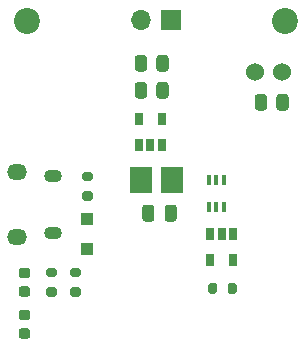
<source format=gbr>
%TF.GenerationSoftware,KiCad,Pcbnew,(5.1.9)-1*%
%TF.CreationDate,2021-06-15T19:58:51-04:00*%
%TF.ProjectId,uBMS,75424d53-2e6b-4696-9361-645f70636258,rev?*%
%TF.SameCoordinates,Original*%
%TF.FileFunction,Soldermask,Top*%
%TF.FilePolarity,Negative*%
%FSLAX46Y46*%
G04 Gerber Fmt 4.6, Leading zero omitted, Abs format (unit mm)*
G04 Created by KiCad (PCBNEW (5.1.9)-1) date 2021-06-15 19:58:51*
%MOMM*%
%LPD*%
G01*
G04 APERTURE LIST*
%ADD10C,1.524000*%
%ADD11O,1.700000X1.350000*%
%ADD12O,1.500000X1.100000*%
%ADD13C,2.200000*%
%ADD14R,0.650000X1.060000*%
%ADD15R,0.406400X0.880600*%
%ADD16R,1.825000X2.200000*%
%ADD17O,1.700000X1.700000*%
%ADD18R,1.700000X1.700000*%
%ADD19R,1.000000X1.000000*%
G04 APERTURE END LIST*
%TO.C,C2*%
G36*
G01*
X89466000Y-88171000D02*
X89466000Y-89121000D01*
G75*
G02*
X89216000Y-89371000I-250000J0D01*
G01*
X88716000Y-89371000D01*
G75*
G02*
X88466000Y-89121000I0J250000D01*
G01*
X88466000Y-88171000D01*
G75*
G02*
X88716000Y-87921000I250000J0D01*
G01*
X89216000Y-87921000D01*
G75*
G02*
X89466000Y-88171000I0J-250000D01*
G01*
G37*
G36*
G01*
X91366000Y-88171000D02*
X91366000Y-89121000D01*
G75*
G02*
X91116000Y-89371000I-250000J0D01*
G01*
X90616000Y-89371000D01*
G75*
G02*
X90366000Y-89121000I0J250000D01*
G01*
X90366000Y-88171000D01*
G75*
G02*
X90616000Y-87921000I250000J0D01*
G01*
X91116000Y-87921000D01*
G75*
G02*
X91366000Y-88171000I0J-250000D01*
G01*
G37*
%TD*%
%TO.C,R4*%
G36*
G01*
X83079000Y-94063000D02*
X82529000Y-94063000D01*
G75*
G02*
X82329000Y-93863000I0J200000D01*
G01*
X82329000Y-93463000D01*
G75*
G02*
X82529000Y-93263000I200000J0D01*
G01*
X83079000Y-93263000D01*
G75*
G02*
X83279000Y-93463000I0J-200000D01*
G01*
X83279000Y-93863000D01*
G75*
G02*
X83079000Y-94063000I-200000J0D01*
G01*
G37*
G36*
G01*
X83079000Y-95713000D02*
X82529000Y-95713000D01*
G75*
G02*
X82329000Y-95513000I0J200000D01*
G01*
X82329000Y-95113000D01*
G75*
G02*
X82529000Y-94913000I200000J0D01*
G01*
X83079000Y-94913000D01*
G75*
G02*
X83279000Y-95113000I0J-200000D01*
G01*
X83279000Y-95513000D01*
G75*
G02*
X83079000Y-95713000I-200000J0D01*
G01*
G37*
%TD*%
%TO.C,R2*%
G36*
G01*
X81047000Y-94063000D02*
X80497000Y-94063000D01*
G75*
G02*
X80297000Y-93863000I0J200000D01*
G01*
X80297000Y-93463000D01*
G75*
G02*
X80497000Y-93263000I200000J0D01*
G01*
X81047000Y-93263000D01*
G75*
G02*
X81247000Y-93463000I0J-200000D01*
G01*
X81247000Y-93863000D01*
G75*
G02*
X81047000Y-94063000I-200000J0D01*
G01*
G37*
G36*
G01*
X81047000Y-95713000D02*
X80497000Y-95713000D01*
G75*
G02*
X80297000Y-95513000I0J200000D01*
G01*
X80297000Y-95113000D01*
G75*
G02*
X80497000Y-94913000I200000J0D01*
G01*
X81047000Y-94913000D01*
G75*
G02*
X81247000Y-95113000I0J-200000D01*
G01*
X81247000Y-95513000D01*
G75*
G02*
X81047000Y-95713000I-200000J0D01*
G01*
G37*
%TD*%
%TO.C,DONE*%
G36*
G01*
X78742250Y-97694000D02*
X78229750Y-97694000D01*
G75*
G02*
X78011000Y-97475250I0J218750D01*
G01*
X78011000Y-97037750D01*
G75*
G02*
X78229750Y-96819000I218750J0D01*
G01*
X78742250Y-96819000D01*
G75*
G02*
X78961000Y-97037750I0J-218750D01*
G01*
X78961000Y-97475250D01*
G75*
G02*
X78742250Y-97694000I-218750J0D01*
G01*
G37*
G36*
G01*
X78742250Y-99269000D02*
X78229750Y-99269000D01*
G75*
G02*
X78011000Y-99050250I0J218750D01*
G01*
X78011000Y-98612750D01*
G75*
G02*
X78229750Y-98394000I218750J0D01*
G01*
X78742250Y-98394000D01*
G75*
G02*
X78961000Y-98612750I0J-218750D01*
G01*
X78961000Y-99050250D01*
G75*
G02*
X78742250Y-99269000I-218750J0D01*
G01*
G37*
%TD*%
%TO.C,CHG*%
G36*
G01*
X78742250Y-94138000D02*
X78229750Y-94138000D01*
G75*
G02*
X78011000Y-93919250I0J218750D01*
G01*
X78011000Y-93481750D01*
G75*
G02*
X78229750Y-93263000I218750J0D01*
G01*
X78742250Y-93263000D01*
G75*
G02*
X78961000Y-93481750I0J-218750D01*
G01*
X78961000Y-93919250D01*
G75*
G02*
X78742250Y-94138000I-218750J0D01*
G01*
G37*
G36*
G01*
X78742250Y-95713000D02*
X78229750Y-95713000D01*
G75*
G02*
X78011000Y-95494250I0J218750D01*
G01*
X78011000Y-95056750D01*
G75*
G02*
X78229750Y-94838000I218750J0D01*
G01*
X78742250Y-94838000D01*
G75*
G02*
X78961000Y-95056750I0J-218750D01*
G01*
X78961000Y-95494250D01*
G75*
G02*
X78742250Y-95713000I-218750J0D01*
G01*
G37*
%TD*%
D10*
%TO.C,3.7V 180mAh*%
X98044000Y-76708000D03*
X100330000Y-76708000D03*
%TD*%
D11*
%TO.C,J2*%
X77879000Y-85179000D03*
X77879000Y-90639000D03*
D12*
X80879000Y-85489000D03*
X80879000Y-90329000D03*
%TD*%
D13*
%TO.C,H1*%
X78740000Y-72390000D03*
%TD*%
D14*
%TO.C,U3*%
X88204000Y-80688000D03*
X90104000Y-80688000D03*
X90104000Y-82888000D03*
X89154000Y-82888000D03*
X88204000Y-82888000D03*
%TD*%
%TO.C,U2*%
X96134000Y-92624000D03*
X94234000Y-92624000D03*
X94234000Y-90424000D03*
X95184000Y-90424000D03*
X96134000Y-90424000D03*
%TD*%
D15*
%TO.C,U1*%
X94092001Y-88082602D03*
X94742000Y-88082602D03*
X95391999Y-88082602D03*
X95391999Y-85852000D03*
X94742000Y-85852000D03*
X94092001Y-85852000D03*
%TD*%
%TO.C,R3*%
G36*
G01*
X83545000Y-86785000D02*
X84095000Y-86785000D01*
G75*
G02*
X84295000Y-86985000I0J-200000D01*
G01*
X84295000Y-87385000D01*
G75*
G02*
X84095000Y-87585000I-200000J0D01*
G01*
X83545000Y-87585000D01*
G75*
G02*
X83345000Y-87385000I0J200000D01*
G01*
X83345000Y-86985000D01*
G75*
G02*
X83545000Y-86785000I200000J0D01*
G01*
G37*
G36*
G01*
X83545000Y-85135000D02*
X84095000Y-85135000D01*
G75*
G02*
X84295000Y-85335000I0J-200000D01*
G01*
X84295000Y-85735000D01*
G75*
G02*
X84095000Y-85935000I-200000J0D01*
G01*
X83545000Y-85935000D01*
G75*
G02*
X83345000Y-85735000I0J200000D01*
G01*
X83345000Y-85335000D01*
G75*
G02*
X83545000Y-85135000I200000J0D01*
G01*
G37*
%TD*%
%TO.C,R1*%
G36*
G01*
X94825000Y-94721000D02*
X94825000Y-95271000D01*
G75*
G02*
X94625000Y-95471000I-200000J0D01*
G01*
X94225000Y-95471000D01*
G75*
G02*
X94025000Y-95271000I0J200000D01*
G01*
X94025000Y-94721000D01*
G75*
G02*
X94225000Y-94521000I200000J0D01*
G01*
X94625000Y-94521000D01*
G75*
G02*
X94825000Y-94721000I0J-200000D01*
G01*
G37*
G36*
G01*
X96475000Y-94721000D02*
X96475000Y-95271000D01*
G75*
G02*
X96275000Y-95471000I-200000J0D01*
G01*
X95875000Y-95471000D01*
G75*
G02*
X95675000Y-95271000I0J200000D01*
G01*
X95675000Y-94721000D01*
G75*
G02*
X95875000Y-94521000I200000J0D01*
G01*
X96275000Y-94521000D01*
G75*
G02*
X96475000Y-94721000I0J-200000D01*
G01*
G37*
%TD*%
D16*
%TO.C,L1*%
X88374500Y-85852000D03*
X90949500Y-85852000D03*
%TD*%
D17*
%TO.C,W*%
X88392000Y-72263000D03*
D18*
X90932000Y-72263000D03*
%TD*%
D13*
%TO.C,H2*%
X100584000Y-72390000D03*
%TD*%
D19*
%TO.C,D1*%
X83820000Y-91674000D03*
X83820000Y-89174000D03*
%TD*%
%TO.C,C4*%
G36*
G01*
X88857500Y-75495999D02*
X88857500Y-76396001D01*
G75*
G02*
X88607501Y-76646000I-249999J0D01*
G01*
X88082499Y-76646000D01*
G75*
G02*
X87832500Y-76396001I0J249999D01*
G01*
X87832500Y-75495999D01*
G75*
G02*
X88082499Y-75246000I249999J0D01*
G01*
X88607501Y-75246000D01*
G75*
G02*
X88857500Y-75495999I0J-249999D01*
G01*
G37*
G36*
G01*
X90682500Y-75495999D02*
X90682500Y-76396001D01*
G75*
G02*
X90432501Y-76646000I-249999J0D01*
G01*
X89907499Y-76646000D01*
G75*
G02*
X89657500Y-76396001I0J249999D01*
G01*
X89657500Y-75495999D01*
G75*
G02*
X89907499Y-75246000I249999J0D01*
G01*
X90432501Y-75246000D01*
G75*
G02*
X90682500Y-75495999I0J-249999D01*
G01*
G37*
%TD*%
%TO.C,C3*%
G36*
G01*
X88857500Y-77781999D02*
X88857500Y-78682001D01*
G75*
G02*
X88607501Y-78932000I-249999J0D01*
G01*
X88082499Y-78932000D01*
G75*
G02*
X87832500Y-78682001I0J249999D01*
G01*
X87832500Y-77781999D01*
G75*
G02*
X88082499Y-77532000I249999J0D01*
G01*
X88607501Y-77532000D01*
G75*
G02*
X88857500Y-77781999I0J-249999D01*
G01*
G37*
G36*
G01*
X90682500Y-77781999D02*
X90682500Y-78682001D01*
G75*
G02*
X90432501Y-78932000I-249999J0D01*
G01*
X89907499Y-78932000D01*
G75*
G02*
X89657500Y-78682001I0J249999D01*
G01*
X89657500Y-77781999D01*
G75*
G02*
X89907499Y-77532000I249999J0D01*
G01*
X90432501Y-77532000D01*
G75*
G02*
X90682500Y-77781999I0J-249999D01*
G01*
G37*
%TD*%
%TO.C,C1*%
G36*
G01*
X99017500Y-78797999D02*
X99017500Y-79698001D01*
G75*
G02*
X98767501Y-79948000I-249999J0D01*
G01*
X98242499Y-79948000D01*
G75*
G02*
X97992500Y-79698001I0J249999D01*
G01*
X97992500Y-78797999D01*
G75*
G02*
X98242499Y-78548000I249999J0D01*
G01*
X98767501Y-78548000D01*
G75*
G02*
X99017500Y-78797999I0J-249999D01*
G01*
G37*
G36*
G01*
X100842500Y-78797999D02*
X100842500Y-79698001D01*
G75*
G02*
X100592501Y-79948000I-249999J0D01*
G01*
X100067499Y-79948000D01*
G75*
G02*
X99817500Y-79698001I0J249999D01*
G01*
X99817500Y-78797999D01*
G75*
G02*
X100067499Y-78548000I249999J0D01*
G01*
X100592501Y-78548000D01*
G75*
G02*
X100842500Y-78797999I0J-249999D01*
G01*
G37*
%TD*%
M02*

</source>
